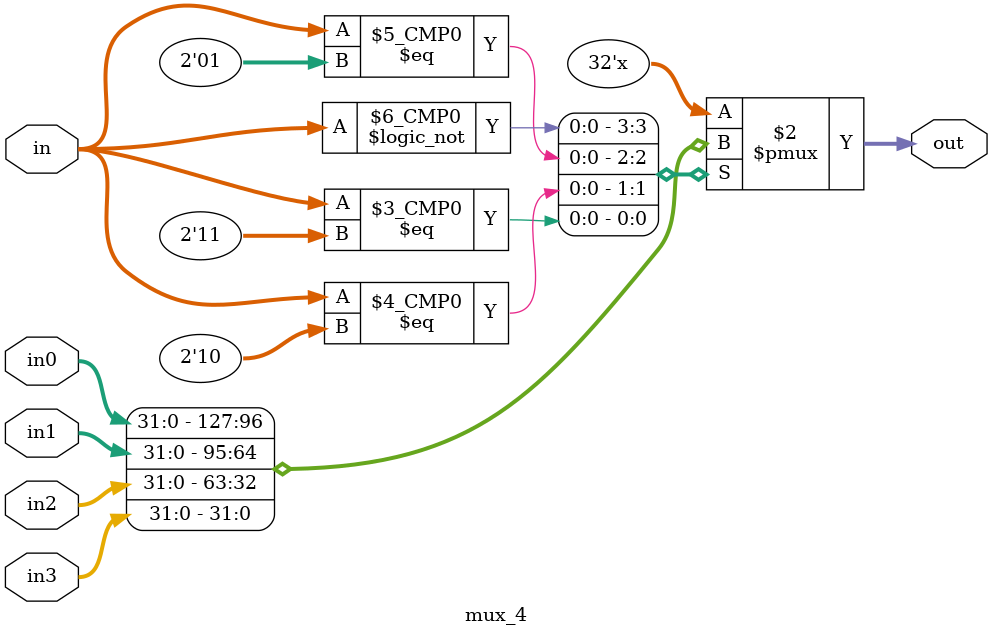
<source format=v>
`timescale 1ns / 1ps
module mux_4(in,in0,in1,in2,in3,out); 
	input [31:0] in0,in1,in2,in3;
    output reg [31:0] out;
	input [1:0] in; 
	 
   always @(in or in0 or in1 or in2 or in3)
				case (in)
					2'b00 : out = in0;
					2'b01 : out = in1;
					2'b10 : out = in2;//added 7_16_2015
					2'b11 : out = in3;//added 7_16_2015
					default : out = 32'h00000000;
				endcase

endmodule

</source>
